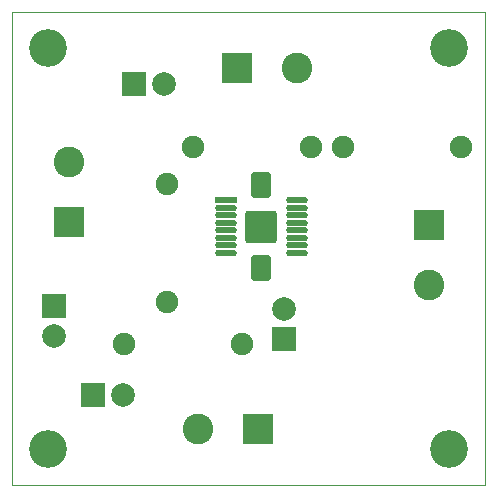
<source format=gts>
G04 Layer_Color=8388736*
%FSLAX44Y44*%
%MOMM*%
G71*
G01*
G75*
%ADD17C,0.1000*%
G04:AMPARAMS|DCode=31|XSize=1.7032mm|YSize=2.2032mm|CornerRadius=0.1766mm|HoleSize=0mm|Usage=FLASHONLY|Rotation=0.000|XOffset=0mm|YOffset=0mm|HoleType=Round|Shape=RoundedRectangle|*
%AMROUNDEDRECTD31*
21,1,1.7032,1.8500,0,0,0.0*
21,1,1.3500,2.2032,0,0,0.0*
1,1,0.3532,0.6750,-0.9250*
1,1,0.3532,-0.6750,-0.9250*
1,1,0.3532,-0.6750,0.9250*
1,1,0.3532,0.6750,0.9250*
%
%ADD31ROUNDEDRECTD31*%
G04:AMPARAMS|DCode=32|XSize=2.7032mm|YSize=2.7032mm|CornerRadius=0.2266mm|HoleSize=0mm|Usage=FLASHONLY|Rotation=90.000|XOffset=0mm|YOffset=0mm|HoleType=Round|Shape=RoundedRectangle|*
%AMROUNDEDRECTD32*
21,1,2.7032,2.2500,0,0,90.0*
21,1,2.2500,2.7032,0,0,90.0*
1,1,0.4532,1.1250,1.1250*
1,1,0.4532,1.1250,-1.1250*
1,1,0.4532,-1.1250,-1.1250*
1,1,0.4532,-1.1250,1.1250*
%
%ADD32ROUNDEDRECTD32*%
%ADD33O,1.8532X0.5532*%
%ADD34R,1.8532X0.5532*%
%ADD35R,2.0032X2.0032*%
%ADD36C,2.0032*%
%ADD37R,2.0032X2.0032*%
%ADD38C,2.6032*%
%ADD39R,2.6032X2.6032*%
%ADD40C,1.9032*%
%ADD41R,2.6032X2.6032*%
%ADD42C,3.2032*%
D17*
X0Y0D02*
Y400000D01*
Y0D02*
X400000D01*
Y400000D01*
X0D02*
X400000D01*
D31*
X210820Y183440D02*
D03*
Y253440D02*
D03*
D32*
Y218440D02*
D03*
D33*
X240820Y196190D02*
D03*
Y202565D02*
D03*
Y208915D02*
D03*
Y215265D02*
D03*
Y221615D02*
D03*
Y227965D02*
D03*
Y234315D02*
D03*
Y240690D02*
D03*
X180820Y196190D02*
D03*
Y202565D02*
D03*
Y208915D02*
D03*
Y215265D02*
D03*
Y221615D02*
D03*
Y227965D02*
D03*
Y234315D02*
D03*
D34*
Y240690D02*
D03*
D35*
X68580Y76200D02*
D03*
X102870Y339090D02*
D03*
D36*
X93980Y76200D02*
D03*
X35560Y125730D02*
D03*
X229870Y148590D02*
D03*
X128270Y339090D02*
D03*
D37*
X35560Y151130D02*
D03*
X229870Y123190D02*
D03*
D38*
X353060Y168910D02*
D03*
X48260Y273050D02*
D03*
X241300Y353060D02*
D03*
X157480Y46990D02*
D03*
D39*
X353060Y219710D02*
D03*
X48260Y222250D02*
D03*
D40*
X280200Y285750D02*
D03*
X380200D02*
D03*
X153200D02*
D03*
X253200D02*
D03*
X130810Y154470D02*
D03*
Y254470D02*
D03*
X194780Y119380D02*
D03*
X94780D02*
D03*
D41*
X190500Y353060D02*
D03*
X208280Y46990D02*
D03*
D42*
X30000Y370000D02*
D03*
X370000Y30000D02*
D03*
Y370000D02*
D03*
X30000Y30000D02*
D03*
M02*

</source>
